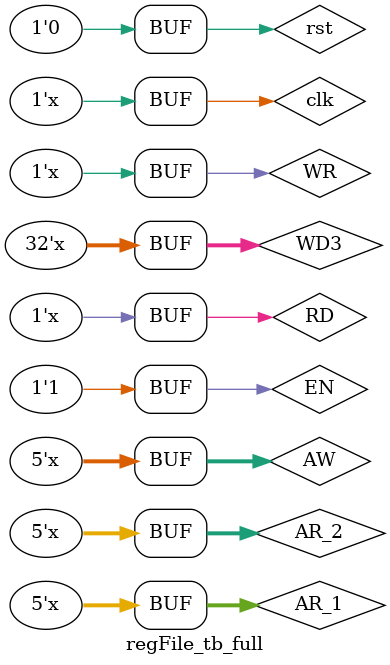
<source format=v>

`timescale 1ns / 1ps

module regFile_tb_full;

 // Entradas
	reg [31:0] WD3;
	reg [4:0] AW;
	reg [4:0] AR_1;
	reg [4:0] AR_2;
	reg RD;
	reg WR;
	reg rst;
	reg EN;
	reg clk;

 // Salidas
 wire [31:0] RD1;
 wire [31:0] RD2;

	register_file uut (
		.WD3(WD3), 
      .AW(AW), 
		.RD1(RD1), 
		.AR_1(AR_1), 
      .RD2(RD2), 
		.AR_2(AR_2), 
		.RD(RD), 
		.WR(WR), 
		.rst(rst), 
		.EN(EN), 
		.clk(clk)
 );

 initial begin

  // Initialize Inputs

  WD3  = 32'b0;
  AW  = 4'b0;
  AR_1  = 4'b0;
  AR_2  = 4'b0;
  RD  = 1'b0;
  WR  = 1'b1;
  EN  = 1'b1;
  clk  = 1'b0;

  // Wait 100 ns for global reset to finish
  rst  = 1'b1;
  #100;
  rst  = 1'b0;
 end
 
always
begin
#1000 WR = ~WR;
end 

always
begin
#200 RD = ~RD;
end 

always
begin
#100 WD3 = WD3 + 1;
end 

always
begin
#100 AW  = AW + 1;
end

always
begin
#100 AR_1  = AR_1 + 1;
end

always
begin
#100 AR_2  = AR_2 + 1;
end

always 
begin
	#10 clk = ~clk;
end 

endmodule 
</source>
